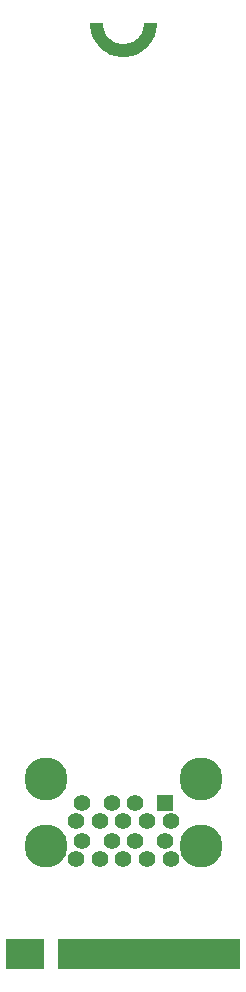
<source format=gbs>
G04*
G04 #@! TF.GenerationSoftware,Altium Limited,Altium Designer,24.5.2 (23)*
G04*
G04 Layer_Color=16711935*
%FSLAX44Y44*%
%MOMM*%
G71*
G04*
G04 #@! TF.SameCoordinates,01BA7047-8EBF-4B0B-9F07-F392ECF8FA2C*
G04*
G04*
G04 #@! TF.FilePolarity,Negative*
G04*
G01*
G75*
%ADD16C,3.6532*%
%ADD17C,1.4032*%
%ADD18R,1.4032X1.4032*%
%ADD23R,0.3500X1.9500*%
%ADD24R,3.2000X2.5000*%
%ADD25R,15.4500X2.5000*%
G36*
X138500Y800000D02*
X138500Y797757D01*
X137798Y793326D01*
X136412Y789060D01*
X134375Y785063D01*
X131739Y781433D01*
X128567Y778261D01*
X124937Y775624D01*
X120940Y773588D01*
X116674Y772202D01*
X112243Y771500D01*
X107757Y771500D01*
X103326Y772202D01*
X99060Y773588D01*
X95063Y775624D01*
X91433Y778261D01*
X88261Y781433D01*
X85625Y785063D01*
X83588Y789060D01*
X82202Y793326D01*
X81500Y797757D01*
X81500Y800000D01*
X81500Y800000D01*
X92500Y800000D01*
X92584Y798285D01*
X93253Y794920D01*
X94566Y791750D01*
X96472Y788898D01*
X98898Y786472D01*
X101751Y784566D01*
X104920Y783253D01*
X108285Y782584D01*
X111715Y782584D01*
X115080Y783253D01*
X118250Y784566D01*
X121102Y786472D01*
X123528Y788898D01*
X125434Y791751D01*
X126747Y794920D01*
X127416Y798285D01*
X127500Y800000D01*
X127500Y800000D01*
X138500Y800000D01*
D02*
G37*
D16*
X44300Y103200D02*
D03*
X175700D02*
D03*
X44300Y160000D02*
D03*
X175700D02*
D03*
D17*
X150000Y93000D02*
D03*
X130000D02*
D03*
X110000D02*
D03*
X90000D02*
D03*
X70000D02*
D03*
X75000Y108000D02*
D03*
X100000D02*
D03*
X120000D02*
D03*
X145000D02*
D03*
X150000Y125000D02*
D03*
X130000D02*
D03*
X110000D02*
D03*
X90000D02*
D03*
X70000D02*
D03*
X75000Y140000D02*
D03*
X100000D02*
D03*
X120000D02*
D03*
D18*
X145000D02*
D03*
D23*
X19751Y15250D02*
D03*
X24749D02*
D03*
X29751D02*
D03*
X34749D02*
D03*
X59751D02*
D03*
X64749D02*
D03*
X69750D02*
D03*
X74749D02*
D03*
X79750D02*
D03*
X84749D02*
D03*
X89750D02*
D03*
X94749D02*
D03*
X99750D02*
D03*
X104749D02*
D03*
X109750D02*
D03*
X114752D02*
D03*
X119750D02*
D03*
X124752D02*
D03*
X129750D02*
D03*
X134752D02*
D03*
X139750D02*
D03*
X144752D02*
D03*
X149750D02*
D03*
X154752D02*
D03*
X159750D02*
D03*
X164752D02*
D03*
X169750D02*
D03*
X174752D02*
D03*
X179750D02*
D03*
X184752D02*
D03*
X189750D02*
D03*
X194752D02*
D03*
X199750D02*
D03*
D24*
X26500Y12500D02*
D03*
D25*
X131750D02*
D03*
M02*

</source>
